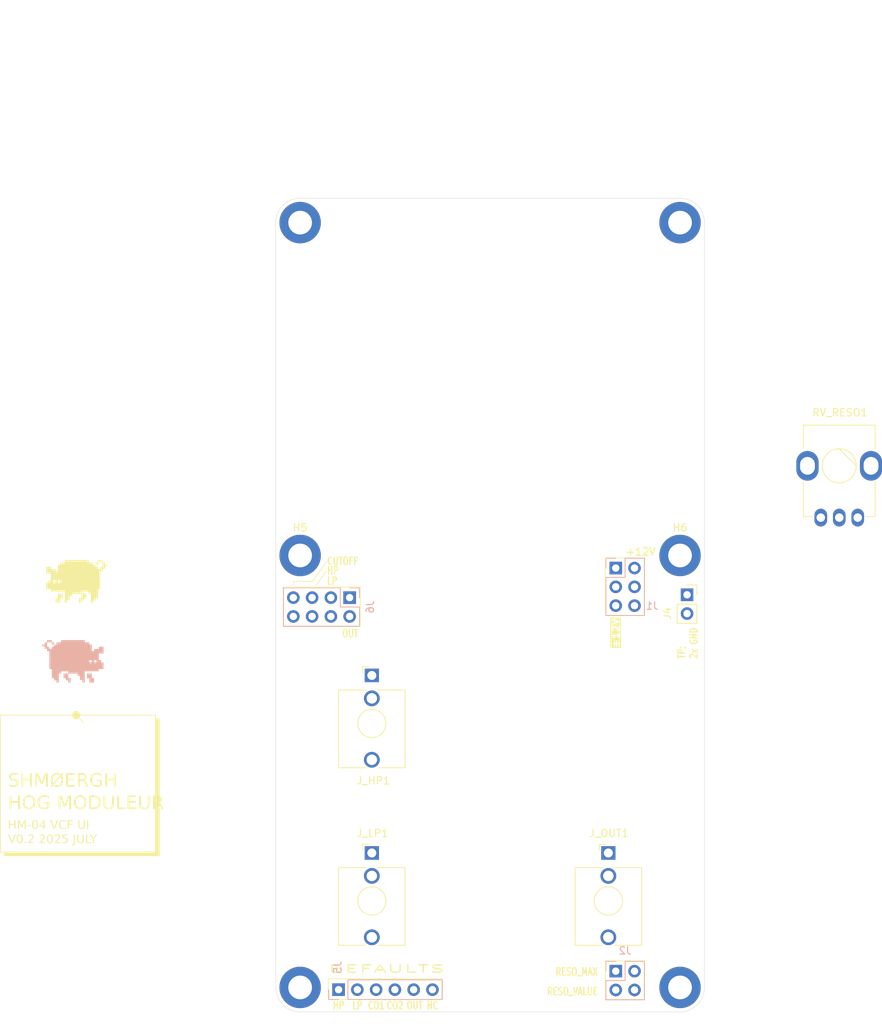
<source format=kicad_pcb>
(kicad_pcb (version 20241229) (generator "pcbnew") (generator_version "9.0")
  (layers (0 "F.Cu" signal) (2 "B.Cu" signal) (13 "F.Paste" user) (15 "B.Paste" user) (5 "F.SilkS" user "F.Silkscreen") (7 "B.SilkS" user "B.Silkscreen") (1 "F.Mask" user) (3 "B.Mask" user) (25 "Edge.Cuts" user))
  (net 0 "")
  (net 2 "+12V")
  (net 3 "GND")
  (net 4 "-12V")
  (net 5 "RESO_MAX")
  (net 6 "RESO_VALUE")
  (net 7 "OUT_DEFAULT")
  (net 8 "CUTOFF_2_DEFAULT")
  (net 9 "CUTOFF_1_DEFAULT")
  (net 10 "HP_DEFAULT")
  (net 11 "LP_DEFAULT")
  (net 13 "HP_IN")
  (net 16 "OUT")
  (net 17 "LP_IN")
  (net 18 "CUTOFF")
  (footprint "MountingHole:MountingHole_3.2mm_M3_DIN965_Pad" (layer "F.Cu") (at 178.7 92.3)
    (property "Reference" "H6" (at 0 -3.75 0) (layer "F.SilkS"))
    (property "Value" "MountingHole")
    (pad "1" thru_hole circle (at 0 0) (size 5.6 5.6) (drill 3.2) (layers "*.Cu" "*.Mask"))
  )
  (footprint "Connector_PinSocket_2.54mm:PinSocket_1x02_P2.54mm_Vertical" (layer "F.Cu") (at 179.651 97.614)
    (property "Reference" "J4" (at -2.692 2.52 90) (layer "F.SilkS"))
    (property "Value" "Conn_01x02")
    (fp_line (start -1.33 1.27) (end -1.33 3.87) (stroke (width 0.12)) (layer "F.SilkS"))
    (fp_line (start -1.33 1.27) (end 1.33 1.27) (stroke (width 0.12)) (layer "F.SilkS"))
    (fp_line (start -1.33 3.87) (end 1.33 3.87) (stroke (width 0.12)) (layer "F.SilkS"))
    (fp_line (start 0 -1.33) (end 1.33 -1.33) (stroke (width 0.12)) (layer "F.SilkS"))
    (fp_line (start 1.33 -1.33) (end 1.33 0) (stroke (width 0.12)) (layer "F.SilkS"))
    (fp_line (start 1.33 1.27) (end 1.33 3.87) (stroke (width 0.12)) (layer "F.SilkS"))
    (pad "1" thru_hole rect (at 0 0) (size 1.7 1.7) (drill 1) (layers "*.Cu" "*.Mask") (net 3 "GND"))
    (pad "2" thru_hole circle (at 0 2.54) (size 1.7 1.7) (drill 1) (layers "*.Cu" "*.Mask") (net 3 "GND"))
  )
  (footprint "MountingHole:MountingHole_3.2mm_M3_DIN965_Pad" (layer "F.Cu") (at 178.7 47.3)
    (property "Reference" "H2")
    (property "Value" "MountingHole")
    (pad "1" thru_hole circle (at 0 0) (size 5.6 5.6) (drill 3.2) (layers "*.Cu" "*.Mask"))
  )
  (footprint "MountingHole:MountingHole_3.2mm_M3_DIN965_Pad" (layer "F.Cu") (at 178.7 150.7)
    (property "Reference" "H3")
    (property "Value" "MountingHole")
    (pad "1" thru_hole circle (at 0 0) (size 5.6 5.6) (drill 3.2) (layers "*.Cu" "*.Mask"))
  )
  (footprint "MountingHole:MountingHole_3.2mm_M3_DIN965_Pad" (layer "F.Cu") (at 127.3 47.3)
    (property "Reference" "H1")
    (property "Value" "MountingHole")
    (pad "1" thru_hole circle (at 0 0) (size 5.6 5.6) (drill 3.2) (layers "*.Cu" "*.Mask"))
  )
  (footprint "MountingHole:MountingHole_3.2mm_M3_DIN965_Pad" (layer "F.Cu") (at 127.3 150.7)
    (property "Reference" "H4")
    (property "Value" "MountingHole")
    (pad "1" thru_hole circle (at 0 0) (size 5.6 5.6) (drill 3.2) (layers "*.Cu" "*.Mask"))
  )
  (footprint "Shmoergh_Custom_Footprints:Jack_3.5mm_QingPu_WQP-PJ398SM_Vertical_CircularHoles" (layer "F.Cu") (at 169 139)
    (property "Reference" "J_OUT1" (at 0.085 -9.148 180) (layer "F.SilkS"))
    (property "Value" "PJ398SM")
    (fp_line (start -4.5 -4.5) (end -4.5 6) (stroke (width 0.12)) (layer "F.SilkS"))
    (fp_line (start -1.23 -7.65) (end -1.23 -6.85) (stroke (width 0.12)) (layer "F.SilkS"))
    (fp_line (start -1.23 -7.65) (end -0.37 -7.65) (stroke (width 0.12)) (layer "F.SilkS"))
    (fp_line (start -0.8 6) (end -4.5 6) (stroke (width 0.12)) (layer "F.SilkS"))
    (fp_line (start -0.72 -4.5) (end -4.5 -4.5) (stroke (width 0.12)) (layer "F.SilkS"))
    (fp_line (start 4.5 -4.5) (end 0.72 -4.5) (stroke (width 0.12)) (layer "F.SilkS"))
    (fp_line (start 4.5 -4.5) (end 4.5 6) (stroke (width 0.12)) (layer "F.SilkS"))
    (fp_line (start 4.5 6) (end 0.8 6) (stroke (width 0.12)) (layer "F.SilkS"))
    (fp_circle (center 0 0) (end 1.9 -0.2) (stroke (width 0.12)) (fill no) (layer "F.SilkS"))
    (pad "" np_thru_hole circle (at 0 0) (size 3.4 3.4) (drill 3.4) (layers "*.Cu" "*.Mask"))
    (pad "S" thru_hole rect (at 0 -6.48 180) (size 1.93 1.83) (drill 1.22) (layers "*.Cu" "*.Mask") (net 3 "GND"))
    (pad "T" thru_hole circle (at 0 4.92 180) (size 2.13 2.13) (drill 1.43) (layers "*.Cu" "*.Mask") (net 16 "OUT"))
    (pad "TN" thru_hole circle (at 0 -3.38 180) (size 2.13 2.13) (drill 1.42) (layers "*.Cu" "*.Mask") (net 7 "OUT_DEFAULT"))
  )
  (footprint "Shmoergh_Custom_Footprints:Potentiometer_Bourns_Single-PTV09A" (layer "F.Cu") (at 200.24 80.18)
    (property "Reference" "RV_RESO1" (at 0.1 -7.2 180) (layer "F.SilkS"))
    (property "Value" "100k")
    (fp_line (start -4.85 -5.5) (end -4.85 -2.3) (stroke (width 0.12)) (layer "F.SilkS"))
    (fp_line (start -4.85 -5.5) (end 4.85 -5.5) (stroke (width 0.12)) (layer "F.SilkS"))
    (fp_line (start -4.85 2.1) (end -4.85 6.85) (stroke (width 0.12)) (layer "F.SilkS"))
    (fp_line (start -3.55 6.85) (end -4.85 6.85) (stroke (width 0.12)) (layer "F.SilkS"))
    (fp_line (start 0 -2.302172) (end 2.302172 0) (stroke (width 0.12)) (layer "F.SilkS"))
    (fp_line (start 4.85 -5.5) (end 4.85 -2.3) (stroke (width 0.12)) (layer "F.SilkS"))
    (fp_line (start 4.85 2.1) (end 4.85 6.85) (stroke (width 0.12)) (layer "F.SilkS"))
    (fp_line (start 4.85 6.85) (end 3.55 6.85) (stroke (width 0.12)) (layer "F.SilkS"))
    (fp_circle (center 0 0) (end 1.3 -1.9) (stroke (width 0.12)) (fill no) (layer "F.SilkS"))
    (pad "" thru_hole oval (at -4.3 0 180) (size 3 4) (drill oval 2 2.4) (layers "*.Cu" "*.Mask"))
    (pad "" thru_hole oval (at 4.3 0 180) (size 3 4) (drill oval 2 2.4) (layers "*.Cu" "*.Mask"))
    (pad "1" thru_hole oval (at -2.5 7 180) (size 1.7 2.4) (drill 1.15) (layers "*.Cu" "*.Mask") (net 3 "GND"))
    (pad "2" thru_hole oval (at 0 7 180) (size 1.7 2.4) (drill 1.15) (layers "*.Cu" "*.Mask") (net 6 "RESO_VALUE"))
    (pad "3" thru_hole oval (at 2.5 7 180) (size 1.7 2.4) (drill 1.15) (layers "*.Cu" "*.Mask") (net 5 "RESO_MAX"))
  )
  (footprint "Shmoergh_Custom_Footprints:Jack_3.5mm_QingPu_WQP-PJ398SM_Vertical_CircularHoles" (layer "F.Cu") (at 137 139)
    (property "Reference" "J_LP1" (at 0.081 -9.148 180) (layer "F.SilkS"))
    (property "Value" "PJ398SM")
    (fp_line (start -4.5 -4.5) (end -4.5 6) (stroke (width 0.12)) (layer "F.SilkS"))
    (fp_line (start -1.23 -7.65) (end -1.23 -6.85) (stroke (width 0.12)) (layer "F.SilkS"))
    (fp_line (start -1.23 -7.65) (end -0.37 -7.65) (stroke (width 0.12)) (layer "F.SilkS"))
    (fp_line (start -0.8 6) (end -4.5 6) (stroke (width 0.12)) (layer "F.SilkS"))
    (fp_line (start -0.72 -4.5) (end -4.5 -4.5) (stroke (width 0.12)) (layer "F.SilkS"))
    (fp_line (start 4.5 -4.5) (end 0.72 -4.5) (stroke (width 0.12)) (layer "F.SilkS"))
    (fp_line (start 4.5 -4.5) (end 4.5 6) (stroke (width 0.12)) (layer "F.SilkS"))
    (fp_line (start 4.5 6) (end 0.8 6) (stroke (width 0.12)) (layer "F.SilkS"))
    (fp_circle (center 0 0) (end 1.9 -0.2) (stroke (width 0.12)) (fill no) (layer "F.SilkS"))
    (pad "" np_thru_hole circle (at 0 0) (size 3.4 3.4) (drill 3.4) (layers "*.Cu" "*.Mask"))
    (pad "S" thru_hole rect (at 0 -6.48 180) (size 1.93 1.83) (drill 1.22) (layers "*.Cu" "*.Mask") (net 3 "GND"))
    (pad "T" thru_hole circle (at 0 4.92 180) (size 2.13 2.13) (drill 1.43) (layers "*.Cu" "*.Mask") (net 17 "LP_IN"))
    (pad "TN" thru_hole circle (at 0 -3.38 180) (size 2.13 2.13) (drill 1.42) (layers "*.Cu" "*.Mask") (net 11 "LP_DEFAULT"))
  )
  (footprint "MountingHole:MountingHole_3.2mm_M3_DIN965_Pad" (layer "F.Cu") (at 127.3 92.3)
    (property "Reference" "H5" (at 0 -3.75 0) (layer "F.SilkS"))
    (property "Value" "MountingHole")
    (pad "1" thru_hole circle (at 0 0) (size 5.6 5.6) (drill 3.2) (layers "*.Cu" "*.Mask"))
  )
  (footprint "Shmoergh_Custom_Footprints:Jack_3.5mm_QingPu_WQP-PJ398SM_Vertical_CircularHoles" (layer "F.Cu") (at 137 115)
    (property "Reference" "J_HP1" (at 0.208 7.74 180) (layer "F.SilkS"))
    (property "Value" "PJ398SM")
    (fp_line (start -4.5 -4.5) (end -4.5 6) (stroke (width 0.12)) (layer "F.SilkS"))
    (fp_line (start -1.23 -7.65) (end -1.23 -6.85) (stroke (width 0.12)) (layer "F.SilkS"))
    (fp_line (start -1.23 -7.65) (end -0.37 -7.65) (stroke (width 0.12)) (layer "F.SilkS"))
    (fp_line (start -0.8 6) (end -4.5 6) (stroke (width 0.12)) (layer "F.SilkS"))
    (fp_line (start -0.72 -4.5) (end -4.5 -4.5) (stroke (width 0.12)) (layer "F.SilkS"))
    (fp_line (start 4.5 -4.5) (end 0.72 -4.5) (stroke (width 0.12)) (layer "F.SilkS"))
    (fp_line (start 4.5 -4.5) (end 4.5 6) (stroke (width 0.12)) (layer "F.SilkS"))
    (fp_line (start 4.5 6) (end 0.8 6) (stroke (width 0.12)) (layer "F.SilkS"))
    (fp_circle (center 0 0) (end 1.9 -0.2) (stroke (width 0.12)) (fill no) (layer "F.SilkS"))
    (pad "" np_thru_hole circle (at 0 0) (size 3.4 3.4) (drill 3.4) (layers "*.Cu" "*.Mask"))
    (pad "S" thru_hole rect (at 0 -6.48 180) (size 1.93 1.83) (drill 1.22) (layers "*.Cu" "*.Mask") (net 3 "GND"))
    (pad "T" thru_hole circle (at 0 4.92 180) (size 2.13 2.13) (drill 1.43) (layers "*.Cu" "*.Mask") (net 13 "HP_IN"))
    (pad "TN" thru_hole circle (at 0 -3.38 180) (size 2.13 2.13) (drill 1.42) (layers "*.Cu" "*.Mask") (net 10 "HP_DEFAULT"))
  )
  (footprint "Shmoergh_Logo:Gyeszno" (layer "F.Cu") (at 97.076 95.816)
    (property "Reference" "G***" (hide yes))
    (property "Value" "LOGO" (hide yes))
    (fp_poly (pts (xy 2.8702 -2.8702) (xy 3.5052 -2.8702) (xy 3.5052 -2.5654) (xy 2.8702 -2.5654) (xy 2.8702 -2.8702)) (stroke (width 0.01)) (fill yes) (layer "F.SilkS"))
    (fp_poly (pts (xy 2.8702 -2.2606) (xy 2.5527 -2.2606) (xy 2.5527 -2.5654) (xy 2.8702 -2.5654) (xy 2.8702 -2.2606)) (stroke (width 0.01)) (fill yes) (layer "F.SilkS"))
    (fp_poly (pts (xy -1.905 2.2733) (xy -2.2225 2.2733) (xy -2.2225 2.8702) (xy -2.8575 2.8702) (xy -2.8575 2.2733) (xy -2.54 2.2733) (xy -2.54 1.651) (xy -1.905 1.651) (xy -1.905 2.2733)) (stroke (width 0.01)) (fill yes) (layer "F.SilkS"))
    (fp_poly (pts (xy 1.27 2.2733) (xy 0.9525 2.2733) (xy 0.9525 2.5654) (xy 0.635 2.5654) (xy 0.635 2.8702) (xy 0.3175 2.8702) (xy 0.3175 2.2733) (xy 0.635 2.2733) (xy 0.635 1.651) (xy 1.27 1.651) (xy 1.27 2.2733)) (stroke (width 0.01)) (fill yes) (layer "F.SilkS"))
    (fp_poly (pts (xy 1.6002 -2.5654) (xy 2.2352 -2.5654) (xy 2.2352 -2.2098) (xy 2.5527 -2.2098) (xy 2.5527 -1.9685) (xy 2.8702 -1.9685) (xy 2.8702 -1.6637) (xy 3.1877 -1.6637) (xy 3.1877 -1.9685) (xy 3.5052 -1.9685) (xy 3.5052 -2.5654) (xy 3.8227 -2.5654) (xy 3.8227 -2.2606) (xy 4.1402 -2.2606) (xy 4.1402 -2.0193) (xy 3.8227 -2.0193) (xy 3.8227 -1.7145) (xy 3.5052 -1.7145) (xy 3.5052 -1.3716) (xy 3.1877 -1.3716) (xy 3.1877 1.0414) (xy 2.8702 1.0414) (xy 2.8702 2.2733) (xy 2.5527 2.2733) (xy 2.5527 2.5654) (xy 2.2352 2.5654) (xy 2.2352 2.8702) (xy 1.9177 2.8702) (xy 1.9177 1.651) (xy 1.6002 1.651) (xy 1.6002 1.3462) (xy 0.635 1.3462) (xy 0.635 1.651) (xy -0.635 1.651) (xy -0.635 1.9431) (xy -0.9525 1.9431) (xy -0.9525 2.5146) (xy -1.27 2.5146) (xy -1.27 2.8702) (xy -1.5875 2.8702) (xy -1.5875 1.3462) (xy -3.4925 1.3462) (xy -3.4925 1.0414) (xy -4.1275 1.0414) (xy -4.1275 0.1524) (xy -3.81 0.1524) (xy -3.81 -0.1651) (xy -3.4925 -0.1651) (xy -3.175 -0.1651) (xy -3.175 0.1524) (xy -2.8575 0.1524) (xy -2.8575 -0.1651) (xy -2.54 -0.1651) (xy -2.54 0.1524) (xy -2.2225 0.1524) (xy -2.2225 -0.1651) (xy -2.54 -0.1651) (xy -2.8575 -0.1651) (xy -3.175 -0.1651) (xy -3.4925 -0.1651) (xy -3.4925 -1.0668) (xy -4.1275 -1.0668) (xy -4.1275 -1.9685) (xy -3.4925 -1.9685) (xy -3.4925 -1.6637) (xy -2.8575 -1.6637) (xy -2.8575 -1.3716) (xy -2.54 -1.3716) (xy -2.54 -2.2606) (xy -2.2225 -2.2606) (xy -2.2225 -2.5654) (xy -1.5875 -2.5654) (xy -1.5875 -2.8702) (xy 1.6002 -2.8702) (xy 1.6002 -2.5654)) (stroke (width 0.01)) (fill yes) (layer "F.SilkS"))
  )
  (footprint "Connector_PinSocket_2.54mm:PinSocket_2x03_P2.54mm_Vertical" (layer "B.Cu") (at 170 94 180)
    (property "Reference" "J1" (at -4.927 -5.118 0) (layer "B.SilkS") (effects (justify mirror)))
    (property "Value" "Conn_02x03_Odd_Even")
    (fp_line (start 1.33 1.33) (end 1.33 0) (stroke (width 0.12)) (layer "B.SilkS"))
    (fp_line (start 1.33 -1.27) (end 1.33 -6.41) (stroke (width 0.12)) (layer "B.SilkS"))
    (fp_line (start 0 1.33) (end 1.33 1.33) (stroke (width 0.12)) (layer "B.SilkS"))
    (fp_line (start -1.27 1.33) (end -1.27 -1.27) (stroke (width 0.12)) (layer "B.SilkS"))
    (fp_line (start -1.27 -1.27) (end 1.33 -1.27) (stroke (width 0.12)) (layer "B.SilkS"))
    (fp_line (start -3.87 1.33) (end -1.27 1.33) (stroke (width 0.12)) (layer "B.SilkS"))
    (fp_line (start -3.87 1.33) (end -3.87 -6.41) (stroke (width 0.12)) (layer "B.SilkS"))
    (fp_line (start -3.87 -6.41) (end 1.33 -6.41) (stroke (width 0.12)) (layer "B.SilkS"))
    (pad "1" thru_hole rect (at 0 0 180) (size 1.7 1.7) (drill 1) (layers "*.Cu" "*.Mask") (net 3 "GND"))
    (pad "2" thru_hole circle (at -2.54 0 180) (size 1.7 1.7) (drill 1) (layers "*.Cu" "*.Mask") (net 2 "+12V"))
    (pad "3" thru_hole circle (at 0 -2.54 180) (size 1.7 1.7) (drill 1) (layers "*.Cu" "*.Mask") (net 3 "GND"))
    (pad "4" thru_hole circle (at -2.54 -2.54 180) (size 1.7 1.7) (drill 1) (layers "*.Cu" "*.Mask") (net 3 "GND"))
    (pad "5" thru_hole circle (at 0 -5.08 180) (size 1.7 1.7) (drill 1) (layers "*.Cu" "*.Mask") (net 4 "-12V"))
    (pad "6" thru_hole circle (at -2.54 -5.08 180) (size 1.7 1.7) (drill 1) (layers "*.Cu" "*.Mask") (net 3 "GND"))
  )
  (footprint "Connector_PinSocket_2.54mm:PinSocket_2x04_P2.54mm_Vertical" (layer "B.Cu") (at 134 98 90)
    (property "Reference" "J6" (at -1.27 2.77 90) (layer "B.SilkS") (effects (justify mirror)))
    (property "Value" "Conn_02x04_Odd_Even")
    (fp_line (start -3.87 -8.95) (end 1.33 -8.95) (stroke (width 0.12)) (layer "B.SilkS"))
    (fp_line (start 1.33 -1.27) (end 1.33 -8.95) (stroke (width 0.12)) (layer "B.SilkS"))
    (fp_line (start -1.27 -1.27) (end 1.33 -1.27) (stroke (width 0.12)) (layer "B.SilkS"))
    (fp_line (start 1.33 1.33) (end 1.33 0) (stroke (width 0.12)) (layer "B.SilkS"))
    (fp_line (start 0 1.33) (end 1.33 1.33) (stroke (width 0.12)) (layer "B.SilkS"))
    (fp_line (start -1.27 1.33) (end -1.27 -1.27) (stroke (width 0.12)) (layer "B.SilkS"))
    (fp_line (start -3.87 1.33) (end -3.87 -8.95) (stroke (width 0.12)) (layer "B.SilkS"))
    (fp_line (start -3.87 1.33) (end -1.27 1.33) (stroke (width 0.12)) (layer "B.SilkS"))
    (pad "1" thru_hole rect (at 0 0 90) (size 1.7 1.7) (drill 1) (layers "*.Cu" "*.Mask"))
    (pad "2" thru_hole circle (at -2.54 0 90) (size 1.7 1.7) (drill 1) (layers "*.Cu" "*.Mask") (net 16 "OUT"))
    (pad "3" thru_hole circle (at 0 -2.54 90) (size 1.7 1.7) (drill 1) (layers "*.Cu" "*.Mask") (net 17 "LP_IN"))
    (pad "4" thru_hole circle (at -2.54 -2.54 90) (size 1.7 1.7) (drill 1) (layers "*.Cu" "*.Mask"))
    (pad "5" thru_hole circle (at 0 -5.08 90) (size 1.7 1.7) (drill 1) (layers "*.Cu" "*.Mask") (net 13 "HP_IN"))
    (pad "6" thru_hole circle (at -2.54 -5.08 90) (size 1.7 1.7) (drill 1) (layers "*.Cu" "*.Mask"))
    (pad "7" thru_hole circle (at 0 -7.62 90) (size 1.7 1.7) (drill 1) (layers "*.Cu" "*.Mask") (net 18 "CUTOFF"))
    (pad "8" thru_hole circle (at -2.54 -7.62 90) (size 1.7 1.7) (drill 1) (layers "*.Cu" "*.Mask"))
  )
  (footprint "Shmoergh_Logo:Gyeszno" (layer "B.Cu") (at 96.568 106.611 180)
    (property "Reference" "G***" (hide yes))
    (property "Value" "LOGO" (hide yes))
    (fp_poly (pts (xy 2.8702 2.8702) (xy 3.5052 2.8702) (xy 3.5052 2.5654) (xy 2.8702 2.5654) (xy 2.8702 2.8702)) (stroke (width 0.01)) (fill yes) (layer "B.SilkS"))
    (fp_poly (pts (xy 2.8702 2.2606) (xy 2.5527 2.2606) (xy 2.5527 2.5654) (xy 2.8702 2.5654) (xy 2.8702 2.2606)) (stroke (width 0.01)) (fill yes) (layer "B.SilkS"))
    (fp_poly (pts (xy -1.905 -2.2733) (xy -2.2225 -2.2733) (xy -2.2225 -2.8702) (xy -2.8575 -2.8702) (xy -2.8575 -2.2733) (xy -2.54 -2.2733) (xy -2.54 -1.651) (xy -1.905 -1.651) (xy -1.905 -2.2733)) (stroke (width 0.01)) (fill yes) (layer "B.SilkS"))
    (fp_poly (pts (xy 1.27 -2.2733) (xy 0.9525 -2.2733) (xy 0.9525 -2.5654) (xy 0.635 -2.5654) (xy 0.635 -2.8702) (xy 0.3175 -2.8702) (xy 0.3175 -2.2733) (xy 0.635 -2.2733) (xy 0.635 -1.651) (xy 1.27 -1.651) (xy 1.27 -2.2733)) (stroke (width 0.01)) (fill yes) (layer "B.SilkS"))
    (fp_poly (pts (xy 1.6002 2.5654) (xy 2.2352 2.5654) (xy 2.2352 2.2098) (xy 2.5527 2.2098) (xy 2.5527 1.9685) (xy 2.8702 1.9685) (xy 2.8702 1.6637) (xy 3.1877 1.6637) (xy 3.1877 1.9685) (xy 3.5052 1.9685) (xy 3.5052 2.5654) (xy 3.8227 2.5654) (xy 3.8227 2.2606) (xy 4.1402 2.2606) (xy 4.1402 2.0193) (xy 3.8227 2.0193) (xy 3.8227 1.7145) (xy 3.5052 1.7145) (xy 3.5052 1.3716) (xy 3.1877 1.3716) (xy 3.1877 -1.0414) (xy 2.8702 -1.0414) (xy 2.8702 -2.2733) (xy 2.5527 -2.2733) (xy 2.5527 -2.5654) (xy 2.2352 -2.5654) (xy 2.2352 -2.8702) (xy 1.9177 -2.8702) (xy 1.9177 -1.651) (xy 1.6002 -1.651) (xy 1.6002 -1.3462) (xy 0.635 -1.3462) (xy 0.635 -1.651) (xy -0.635 -1.651) (xy -0.635 -1.9431) (xy -0.9525 -1.9431) (xy -0.9525 -2.5146) (xy -1.27 -2.5146) (xy -1.27 -2.8702) (xy -1.5875 -2.8702) (xy -1.5875 -1.3462) (xy -3.4925 -1.3462) (xy -3.4925 -1.0414) (xy -4.1275 -1.0414) (xy -4.1275 -0.1524) (xy -3.81 -0.1524) (xy -3.81 0.1651) (xy -3.4925 0.1651) (xy -3.175 0.1651) (xy -3.175 -0.1524) (xy -2.8575 -0.1524) (xy -2.8575 0.1651) (xy -2.54 0.1651) (xy -2.54 -0.1524) (xy -2.2225 -0.1524) (xy -2.2225 0.1651) (xy -2.54 0.1651) (xy -2.8575 0.1651) (xy -3.175 0.1651) (xy -3.4925 0.1651) (xy -3.4925 1.0668) (xy -4.1275 1.0668) (xy -4.1275 1.9685) (xy -3.4925 1.9685) (xy -3.4925 1.6637) (xy -2.8575 1.6637) (xy -2.8575 1.3716) (xy -2.54 1.3716) (xy -2.54 2.2606) (xy -2.2225 2.2606) (xy -2.2225 2.5654) (xy -1.5875 2.5654) (xy -1.5875 2.8702) (xy 1.6002 2.8702) (xy 1.6002 2.5654)) (stroke (width 0.01)) (fill yes) (layer "B.SilkS"))
  )
  (footprint "Connector_PinSocket_2.54mm:PinSocket_2x02_P2.54mm_Vertical" (layer "B.Cu") (at 170 148.5 180)
    (property "Reference" "J2" (at -1.27 2.77 0) (layer "B.SilkS") (effects (justify mirror)))
    (property "Value" "Conn_02x02_Counter_Clockwise")
    (fp_line (start 1.33 1.33) (end 1.33 0) (stroke (width 0.12)) (layer "B.SilkS"))
    (fp_line (start 1.33 -1.27) (end 1.33 -3.87) (stroke (width 0.12)) (layer "B.SilkS"))
    (fp_line (start 0 1.33) (end 1.33 1.33) (stroke (width 0.12)) (layer "B.SilkS"))
    (fp_line (start -1.27 1.33) (end -1.27 -1.27) (stroke (width 0.12)) (layer "B.SilkS"))
    (fp_line (start -1.27 -1.27) (end 1.33 -1.27) (stroke (width 0.12)) (layer "B.SilkS"))
    (fp_line (start -3.87 1.33) (end -1.27 1.33) (stroke (width 0.12)) (layer "B.SilkS"))
    (fp_line (start -3.87 1.33) (end -3.87 -3.87) (stroke (width 0.12)) (layer "B.SilkS"))
    (fp_line (start -3.87 -3.87) (end 1.33 -3.87) (stroke (width 0.12)) (layer "B.SilkS"))
    (pad "1" thru_hole rect (at 0 0 180) (size 1.7 1.7) (drill 1) (layers "*.Cu" "*.Mask") (net 5 "RESO_MAX"))
    (pad "2" thru_hole circle (at -2.54 0 180) (size 1.7 1.7) (drill 1) (layers "*.Cu" "*.Mask"))
    (pad "3" thru_hole circle (at 0 -2.54 180) (size 1.7 1.7) (drill 1) (layers "*.Cu" "*.Mask") (net 6 "RESO_VALUE"))
    (pad "4" thru_hole circle (at -2.54 -2.54 180) (size 1.7 1.7) (drill 1) (layers "*.Cu" "*.Mask"))
  )
  (footprint "Connector_PinSocket_2.54mm:PinSocket_1x06_P2.54mm_Vertical" (layer "B.Cu") (at 132.5 151 -90)
    (property "Reference" "J5" (at -2.987 0.118 90) (layer "B.SilkS") (effects (justify mirror)))
    (property "Value" "Conn_01x06")
    (fp_line (start 0 1.33) (end 1.33 1.33) (stroke (width 0.12)) (layer "B.SilkS"))
    (fp_line (start 1.33 1.33) (end 1.33 0) (stroke (width 0.12)) (layer "B.SilkS"))
    (fp_line (start -1.33 -1.27) (end 1.33 -1.27) (stroke (width 0.12)) (layer "B.SilkS"))
    (fp_line (start -1.33 -1.27) (end -1.33 -14.03) (stroke (width 0.12)) (layer "B.SilkS"))
    (fp_line (start 1.33 -1.27) (end 1.33 -14.03) (stroke (width 0.12)) (layer "B.SilkS"))
    (fp_line (start -1.33 -14.03) (end 1.33 -14.03) (stroke (width 0.12)) (layer "B.SilkS"))
    (pad "1" thru_hole rect (at 0 0 270) (size 1.7 1.7) (drill 1) (layers "*.Cu" "*.Mask") (net 10 "HP_DEFAULT"))
    (pad "2" thru_hole circle (at 0 -2.54 270) (size 1.7 1.7) (drill 1) (layers "*.Cu" "*.Mask") (net 11 "LP_DEFAULT"))
    (pad "3" thru_hole circle (at 0 -5.08 270) (size 1.7 1.7) (drill 1) (layers "*.Cu" "*.Mask") (net 9 "CUTOFF_1_DEFAULT"))
    (pad "4" thru_hole circle (at 0 -7.62 270) (size 1.7 1.7) (drill 1) (layers "*.Cu" "*.Mask") (net 8 "CUTOFF_2_DEFAULT"))
    (pad "5" thru_hole circle (at 0 -10.16 270) (size 1.7 1.7) (drill 1) (layers "*.Cu" "*.Mask") (net 7 "OUT_DEFAULT"))
    (pad "6" thru_hole circle (at 0 -12.7 270) (size 1.7 1.7) (drill 1) (layers "*.Cu" "*.Mask"))
  )
  (gr_line (start 128.953 95.816) (end 126.413 95.816) (stroke (width 0.1)) (layer "F.SilkS"))
  (gr_line (start 130.858 94.419) (end 129.461 96.324) (stroke (width 0.1)) (layer "F.SilkS"))
  (gr_line (start 130.858 93.149) (end 128.953 95.816) (stroke (width 0.1)) (layer "F.SilkS"))
  (gr_rect (start 168.577 92.641) (end 173.911 100.388) (stroke (width 0.1)) (fill no) (layer "F.SilkS"))
  (gr_rect (start 87.244 132.392) (end 108.244 132.892) (stroke (width 0.1)) (fill yes) (layer "F.SilkS"))
  (gr_line (start 97.994 114.892) (end 96.994 113.892) (stroke (width 0.1)) (layer "F.SilkS"))
  (gr_rect (start 168.577 147.124) (end 173.911 152.331) (stroke (width 0.1)) (fill no) (layer "F.SilkS"))
  (gr_rect (start 107.744 114.392) (end 108.244 132.892) (stroke (width 0.1)) (fill yes) (layer "F.SilkS"))
  (gr_rect (start 86.744 113.892) (end 107.744 132.392) (stroke (width 0.1)) (fill no) (layer "F.SilkS"))
  (gr_rect (start 131.112 149.537) (end 146.479 152.331) (stroke (width 0.1)) (fill no) (layer "F.SilkS"))
  (gr_line (start 126.413 95.816) (end 126.413 96.324) (stroke (width 0.1)) (layer "F.SilkS"))
  (gr_circle (center 96.994 113.892) (end 96.994 113.392) (stroke (width 0.1)) (fill yes) (layer "F.SilkS"))
  (gr_rect (start 125.016 96.578) (end 135.43 101.912) (stroke (width 0.1)) (fill no) (layer "F.SilkS"))
  (gr_line (start 178.7 154) (end 127.3 154) (stroke (width 0.05)) (layer "Edge.Cuts"))
  (gr_arc (start 182 150.7) (mid 181.033452 153.033452) (end 178.7 154) (stroke (width 0.05)) (layer "Edge.Cuts"))
  (gr_line (start 182 47.3) (end 182 150.7) (stroke (width 0.05)) (layer "Edge.Cuts"))
  (gr_line (start 127.3 44) (end 178.7 44) (stroke (width 0.05)) (layer "Edge.Cuts"))
  (gr_line (start 124 150.7) (end 124 47.3) (stroke (width 0.05)) (layer "Edge.Cuts"))
  (gr_arc (start 124 47.3) (mid 124.966548 44.966548) (end 127.3 44) (stroke (width 0.05)) (layer "Edge.Cuts"))
  (gr_arc (start 127.3 154) (mid 124.966548 153.033452) (end 124 150.7) (stroke (width 0.05)) (layer "Edge.Cuts"))
  (gr_arc (start 178.7 44) (mid 181.033452 44.966548) (end 182 47.3) (stroke (width 0.05)) (layer "Edge.Cuts"))
  (gr_text "SHMØERGH \nHOG MODULEUR" (at 87.744 126.892 0) (layer "F.SilkS") (effects (font (size 1.8 1.8) (thickness 0.1)) (justify left bottom)))
  (gr_text "DEFAULTS" (at 138.986 148.775 0) (layer "F.SilkS") (effects (font (size 1 2.2) (thickness 0.17) (bold yes)) (justify bottom)))
  (gr_text "CUTOFF" (at 130.858 93.657 0) (layer "F.SilkS") (effects (font (size 1 0.75) (thickness 0.17) (bold yes)) (justify left bottom)))
  (gr_text "RESO_VALUE" (at 167.688 151.823 0) (layer "F.SilkS") (effects (font (size 1 0.75) (thickness 0.17) (bold yes)) (justify right bottom)))
  (gr_text "HP" (at 130.858 94.927 0) (layer "F.SilkS") (effects (font (size 1 0.75) (thickness 0.17) (bold yes)) (justify left bottom)))
  (gr_text "+12V" (at 170.609 104.96 90) (layer "F.SilkS" knockout) (effects (font (size 1 1) (thickness 0.2) (bold yes)) (justify left bottom)))
  (gr_text "NC" (at 145.209 153.728 0) (layer "F.SilkS") (effects (font (size 1 0.75) (thickness 0.17) (bold yes)) (justify bottom)))
  (gr_text "CO2" (at 140.129 153.728 0) (layer "F.SilkS") (effects (font (size 1 0.75) (thickness 0.17) (bold yes)) (justify bottom)))
  (gr_text "TP:\n2x GND" (at 181.15 106.357 90) (layer "F.SilkS") (effects (font (size 1 0.75) (thickness 0.17) (bold yes)) (justify left bottom)))
  (gr_text "+12V" (at 171.244 92.387 0) (layer "F.SilkS") (effects (font (size 1 1) (thickness 0.2) (bold yes)) (justify left bottom)))
  (gr_text "OUT" (at 142.796 153.728 0) (layer "F.SilkS") (effects (font (size 1 0.75) (thickness 0.17) (bold yes)) (justify bottom)))
  (gr_text "LP" (at 130.858 96.324 0) (layer "F.SilkS") (effects (font (size 1 0.75) (thickness 0.17) (bold yes)) (justify left bottom)))
  (gr_text "OUT" (at 132.89 103.436 0) (layer "F.SilkS") (effects (font (size 1 0.75) (thickness 0.17) (bold yes)) (justify left bottom)))
  (gr_text "HP" (at 132.509 153.728 0) (layer "F.SilkS") (effects (font (size 1 0.75) (thickness 0.17) (bold yes)) (justify bottom)))
  (gr_text "CO1" (at 137.589 153.728 0) (layer "F.SilkS") (effects (font (size 1 0.75) (thickness 0.17) (bold yes)) (justify bottom)))
  (gr_text "RESO_MAX" (at 167.688 149.156 0) (layer "F.SilkS") (effects (font (size 1 0.75) (thickness 0.17) (bold yes)) (justify right bottom)))
  (gr_text "HM-04 VCF UI \nV0.2 2025 JULY" (at 87.744 131.392 0) (layer "F.SilkS") (effects (font (size 1.15 1.15) (thickness 0.1)) (justify left bottom)))
  (gr_text "LP" (at 135.049 153.728 0) (layer "F.SilkS") (effects (font (size 1 0.75) (thickness 0.17) (bold yes)) (justify bottom)))
)
</source>
